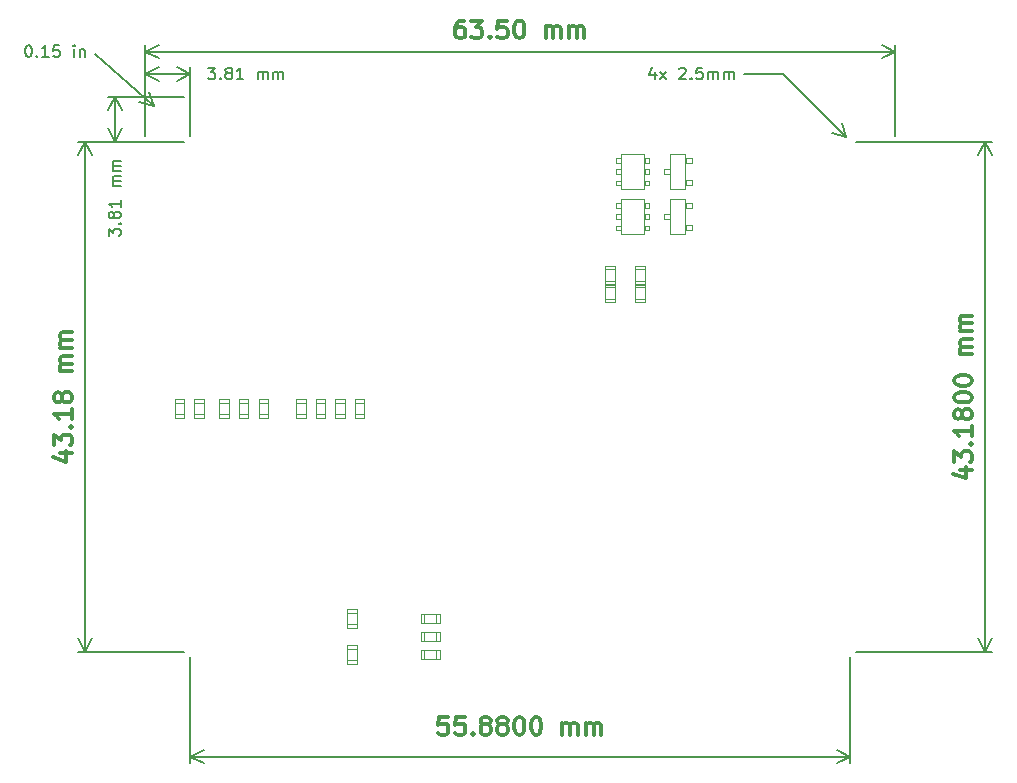
<source format=gbr>
%TF.GenerationSoftware,KiCad,Pcbnew,7.0.11*%
%TF.CreationDate,2024-02-24T14:50:18-05:00*%
%TF.ProjectId,destinationWeatherStation_r4-5,64657374-696e-4617-9469-6f6e57656174,03*%
%TF.SameCoordinates,Original*%
%TF.FileFunction,OtherDrawing,Comment*%
%FSLAX46Y46*%
G04 Gerber Fmt 4.6, Leading zero omitted, Abs format (unit mm)*
G04 Created by KiCad (PCBNEW 7.0.11) date 2024-02-24 14:50:18*
%MOMM*%
%LPD*%
G01*
G04 APERTURE LIST*
%ADD10C,0.300000*%
%ADD11C,0.150000*%
%ADD12C,0.200000*%
%ADD13C,0.025000*%
G04 APERTURE END LIST*
D10*
X182028328Y-102734284D02*
X183028328Y-102734284D01*
X181456900Y-103091426D02*
X182528328Y-103448569D01*
X182528328Y-103448569D02*
X182528328Y-102519998D01*
X181528328Y-102091427D02*
X181528328Y-101162855D01*
X181528328Y-101162855D02*
X182099757Y-101662855D01*
X182099757Y-101662855D02*
X182099757Y-101448570D01*
X182099757Y-101448570D02*
X182171185Y-101305713D01*
X182171185Y-101305713D02*
X182242614Y-101234284D01*
X182242614Y-101234284D02*
X182385471Y-101162855D01*
X182385471Y-101162855D02*
X182742614Y-101162855D01*
X182742614Y-101162855D02*
X182885471Y-101234284D01*
X182885471Y-101234284D02*
X182956900Y-101305713D01*
X182956900Y-101305713D02*
X183028328Y-101448570D01*
X183028328Y-101448570D02*
X183028328Y-101877141D01*
X183028328Y-101877141D02*
X182956900Y-102019998D01*
X182956900Y-102019998D02*
X182885471Y-102091427D01*
X182885471Y-100519999D02*
X182956900Y-100448570D01*
X182956900Y-100448570D02*
X183028328Y-100519999D01*
X183028328Y-100519999D02*
X182956900Y-100591427D01*
X182956900Y-100591427D02*
X182885471Y-100519999D01*
X182885471Y-100519999D02*
X183028328Y-100519999D01*
X183028328Y-99019998D02*
X183028328Y-99877141D01*
X183028328Y-99448570D02*
X181528328Y-99448570D01*
X181528328Y-99448570D02*
X181742614Y-99591427D01*
X181742614Y-99591427D02*
X181885471Y-99734284D01*
X181885471Y-99734284D02*
X181956900Y-99877141D01*
X182171185Y-98162856D02*
X182099757Y-98305713D01*
X182099757Y-98305713D02*
X182028328Y-98377142D01*
X182028328Y-98377142D02*
X181885471Y-98448570D01*
X181885471Y-98448570D02*
X181814042Y-98448570D01*
X181814042Y-98448570D02*
X181671185Y-98377142D01*
X181671185Y-98377142D02*
X181599757Y-98305713D01*
X181599757Y-98305713D02*
X181528328Y-98162856D01*
X181528328Y-98162856D02*
X181528328Y-97877142D01*
X181528328Y-97877142D02*
X181599757Y-97734285D01*
X181599757Y-97734285D02*
X181671185Y-97662856D01*
X181671185Y-97662856D02*
X181814042Y-97591427D01*
X181814042Y-97591427D02*
X181885471Y-97591427D01*
X181885471Y-97591427D02*
X182028328Y-97662856D01*
X182028328Y-97662856D02*
X182099757Y-97734285D01*
X182099757Y-97734285D02*
X182171185Y-97877142D01*
X182171185Y-97877142D02*
X182171185Y-98162856D01*
X182171185Y-98162856D02*
X182242614Y-98305713D01*
X182242614Y-98305713D02*
X182314042Y-98377142D01*
X182314042Y-98377142D02*
X182456900Y-98448570D01*
X182456900Y-98448570D02*
X182742614Y-98448570D01*
X182742614Y-98448570D02*
X182885471Y-98377142D01*
X182885471Y-98377142D02*
X182956900Y-98305713D01*
X182956900Y-98305713D02*
X183028328Y-98162856D01*
X183028328Y-98162856D02*
X183028328Y-97877142D01*
X183028328Y-97877142D02*
X182956900Y-97734285D01*
X182956900Y-97734285D02*
X182885471Y-97662856D01*
X182885471Y-97662856D02*
X182742614Y-97591427D01*
X182742614Y-97591427D02*
X182456900Y-97591427D01*
X182456900Y-97591427D02*
X182314042Y-97662856D01*
X182314042Y-97662856D02*
X182242614Y-97734285D01*
X182242614Y-97734285D02*
X182171185Y-97877142D01*
X181528328Y-96662856D02*
X181528328Y-96519999D01*
X181528328Y-96519999D02*
X181599757Y-96377142D01*
X181599757Y-96377142D02*
X181671185Y-96305714D01*
X181671185Y-96305714D02*
X181814042Y-96234285D01*
X181814042Y-96234285D02*
X182099757Y-96162856D01*
X182099757Y-96162856D02*
X182456900Y-96162856D01*
X182456900Y-96162856D02*
X182742614Y-96234285D01*
X182742614Y-96234285D02*
X182885471Y-96305714D01*
X182885471Y-96305714D02*
X182956900Y-96377142D01*
X182956900Y-96377142D02*
X183028328Y-96519999D01*
X183028328Y-96519999D02*
X183028328Y-96662856D01*
X183028328Y-96662856D02*
X182956900Y-96805714D01*
X182956900Y-96805714D02*
X182885471Y-96877142D01*
X182885471Y-96877142D02*
X182742614Y-96948571D01*
X182742614Y-96948571D02*
X182456900Y-97019999D01*
X182456900Y-97019999D02*
X182099757Y-97019999D01*
X182099757Y-97019999D02*
X181814042Y-96948571D01*
X181814042Y-96948571D02*
X181671185Y-96877142D01*
X181671185Y-96877142D02*
X181599757Y-96805714D01*
X181599757Y-96805714D02*
X181528328Y-96662856D01*
X181528328Y-95234285D02*
X181528328Y-95091428D01*
X181528328Y-95091428D02*
X181599757Y-94948571D01*
X181599757Y-94948571D02*
X181671185Y-94877143D01*
X181671185Y-94877143D02*
X181814042Y-94805714D01*
X181814042Y-94805714D02*
X182099757Y-94734285D01*
X182099757Y-94734285D02*
X182456900Y-94734285D01*
X182456900Y-94734285D02*
X182742614Y-94805714D01*
X182742614Y-94805714D02*
X182885471Y-94877143D01*
X182885471Y-94877143D02*
X182956900Y-94948571D01*
X182956900Y-94948571D02*
X183028328Y-95091428D01*
X183028328Y-95091428D02*
X183028328Y-95234285D01*
X183028328Y-95234285D02*
X182956900Y-95377143D01*
X182956900Y-95377143D02*
X182885471Y-95448571D01*
X182885471Y-95448571D02*
X182742614Y-95520000D01*
X182742614Y-95520000D02*
X182456900Y-95591428D01*
X182456900Y-95591428D02*
X182099757Y-95591428D01*
X182099757Y-95591428D02*
X181814042Y-95520000D01*
X181814042Y-95520000D02*
X181671185Y-95448571D01*
X181671185Y-95448571D02*
X181599757Y-95377143D01*
X181599757Y-95377143D02*
X181528328Y-95234285D01*
X183028328Y-92948572D02*
X182028328Y-92948572D01*
X182171185Y-92948572D02*
X182099757Y-92877143D01*
X182099757Y-92877143D02*
X182028328Y-92734286D01*
X182028328Y-92734286D02*
X182028328Y-92520000D01*
X182028328Y-92520000D02*
X182099757Y-92377143D01*
X182099757Y-92377143D02*
X182242614Y-92305715D01*
X182242614Y-92305715D02*
X183028328Y-92305715D01*
X182242614Y-92305715D02*
X182099757Y-92234286D01*
X182099757Y-92234286D02*
X182028328Y-92091429D01*
X182028328Y-92091429D02*
X182028328Y-91877143D01*
X182028328Y-91877143D02*
X182099757Y-91734286D01*
X182099757Y-91734286D02*
X182242614Y-91662857D01*
X182242614Y-91662857D02*
X183028328Y-91662857D01*
X183028328Y-90948572D02*
X182028328Y-90948572D01*
X182171185Y-90948572D02*
X182099757Y-90877143D01*
X182099757Y-90877143D02*
X182028328Y-90734286D01*
X182028328Y-90734286D02*
X182028328Y-90520000D01*
X182028328Y-90520000D02*
X182099757Y-90377143D01*
X182099757Y-90377143D02*
X182242614Y-90305715D01*
X182242614Y-90305715D02*
X183028328Y-90305715D01*
X182242614Y-90305715D02*
X182099757Y-90234286D01*
X182099757Y-90234286D02*
X182028328Y-90091429D01*
X182028328Y-90091429D02*
X182028328Y-89877143D01*
X182028328Y-89877143D02*
X182099757Y-89734286D01*
X182099757Y-89734286D02*
X182242614Y-89662857D01*
X182242614Y-89662857D02*
X183028328Y-89662857D01*
D11*
X173220000Y-74930000D02*
X184736420Y-74930000D01*
X173220000Y-118110000D02*
X184736420Y-118110000D01*
X184150000Y-74930000D02*
X184150000Y-118110000D01*
X184150000Y-74930000D02*
X184150000Y-118110000D01*
X184150000Y-74930000D02*
X184736421Y-76056504D01*
X184150000Y-74930000D02*
X183563579Y-76056504D01*
X184150000Y-118110000D02*
X183563579Y-116983496D01*
X184150000Y-118110000D02*
X184736421Y-116983496D01*
D10*
X105828328Y-101305713D02*
X106828328Y-101305713D01*
X105256900Y-101662855D02*
X106328328Y-102019998D01*
X106328328Y-102019998D02*
X106328328Y-101091427D01*
X105328328Y-100662856D02*
X105328328Y-99734284D01*
X105328328Y-99734284D02*
X105899757Y-100234284D01*
X105899757Y-100234284D02*
X105899757Y-100019999D01*
X105899757Y-100019999D02*
X105971185Y-99877142D01*
X105971185Y-99877142D02*
X106042614Y-99805713D01*
X106042614Y-99805713D02*
X106185471Y-99734284D01*
X106185471Y-99734284D02*
X106542614Y-99734284D01*
X106542614Y-99734284D02*
X106685471Y-99805713D01*
X106685471Y-99805713D02*
X106756900Y-99877142D01*
X106756900Y-99877142D02*
X106828328Y-100019999D01*
X106828328Y-100019999D02*
X106828328Y-100448570D01*
X106828328Y-100448570D02*
X106756900Y-100591427D01*
X106756900Y-100591427D02*
X106685471Y-100662856D01*
X106685471Y-99091428D02*
X106756900Y-99019999D01*
X106756900Y-99019999D02*
X106828328Y-99091428D01*
X106828328Y-99091428D02*
X106756900Y-99162856D01*
X106756900Y-99162856D02*
X106685471Y-99091428D01*
X106685471Y-99091428D02*
X106828328Y-99091428D01*
X106828328Y-97591427D02*
X106828328Y-98448570D01*
X106828328Y-98019999D02*
X105328328Y-98019999D01*
X105328328Y-98019999D02*
X105542614Y-98162856D01*
X105542614Y-98162856D02*
X105685471Y-98305713D01*
X105685471Y-98305713D02*
X105756900Y-98448570D01*
X105971185Y-96734285D02*
X105899757Y-96877142D01*
X105899757Y-96877142D02*
X105828328Y-96948571D01*
X105828328Y-96948571D02*
X105685471Y-97019999D01*
X105685471Y-97019999D02*
X105614042Y-97019999D01*
X105614042Y-97019999D02*
X105471185Y-96948571D01*
X105471185Y-96948571D02*
X105399757Y-96877142D01*
X105399757Y-96877142D02*
X105328328Y-96734285D01*
X105328328Y-96734285D02*
X105328328Y-96448571D01*
X105328328Y-96448571D02*
X105399757Y-96305714D01*
X105399757Y-96305714D02*
X105471185Y-96234285D01*
X105471185Y-96234285D02*
X105614042Y-96162856D01*
X105614042Y-96162856D02*
X105685471Y-96162856D01*
X105685471Y-96162856D02*
X105828328Y-96234285D01*
X105828328Y-96234285D02*
X105899757Y-96305714D01*
X105899757Y-96305714D02*
X105971185Y-96448571D01*
X105971185Y-96448571D02*
X105971185Y-96734285D01*
X105971185Y-96734285D02*
X106042614Y-96877142D01*
X106042614Y-96877142D02*
X106114042Y-96948571D01*
X106114042Y-96948571D02*
X106256900Y-97019999D01*
X106256900Y-97019999D02*
X106542614Y-97019999D01*
X106542614Y-97019999D02*
X106685471Y-96948571D01*
X106685471Y-96948571D02*
X106756900Y-96877142D01*
X106756900Y-96877142D02*
X106828328Y-96734285D01*
X106828328Y-96734285D02*
X106828328Y-96448571D01*
X106828328Y-96448571D02*
X106756900Y-96305714D01*
X106756900Y-96305714D02*
X106685471Y-96234285D01*
X106685471Y-96234285D02*
X106542614Y-96162856D01*
X106542614Y-96162856D02*
X106256900Y-96162856D01*
X106256900Y-96162856D02*
X106114042Y-96234285D01*
X106114042Y-96234285D02*
X106042614Y-96305714D01*
X106042614Y-96305714D02*
X105971185Y-96448571D01*
X106828328Y-94377143D02*
X105828328Y-94377143D01*
X105971185Y-94377143D02*
X105899757Y-94305714D01*
X105899757Y-94305714D02*
X105828328Y-94162857D01*
X105828328Y-94162857D02*
X105828328Y-93948571D01*
X105828328Y-93948571D02*
X105899757Y-93805714D01*
X105899757Y-93805714D02*
X106042614Y-93734286D01*
X106042614Y-93734286D02*
X106828328Y-93734286D01*
X106042614Y-93734286D02*
X105899757Y-93662857D01*
X105899757Y-93662857D02*
X105828328Y-93520000D01*
X105828328Y-93520000D02*
X105828328Y-93305714D01*
X105828328Y-93305714D02*
X105899757Y-93162857D01*
X105899757Y-93162857D02*
X106042614Y-93091428D01*
X106042614Y-93091428D02*
X106828328Y-93091428D01*
X106828328Y-92377143D02*
X105828328Y-92377143D01*
X105971185Y-92377143D02*
X105899757Y-92305714D01*
X105899757Y-92305714D02*
X105828328Y-92162857D01*
X105828328Y-92162857D02*
X105828328Y-91948571D01*
X105828328Y-91948571D02*
X105899757Y-91805714D01*
X105899757Y-91805714D02*
X106042614Y-91734286D01*
X106042614Y-91734286D02*
X106828328Y-91734286D01*
X106042614Y-91734286D02*
X105899757Y-91662857D01*
X105899757Y-91662857D02*
X105828328Y-91520000D01*
X105828328Y-91520000D02*
X105828328Y-91305714D01*
X105828328Y-91305714D02*
X105899757Y-91162857D01*
X105899757Y-91162857D02*
X106042614Y-91091428D01*
X106042614Y-91091428D02*
X106828328Y-91091428D01*
D12*
X116340000Y-74930000D02*
X107363580Y-74930000D01*
X116340000Y-118110000D02*
X107363580Y-118110000D01*
X107950000Y-74930000D02*
X107950000Y-118110000D01*
X107950000Y-74930000D02*
X107950000Y-118110000D01*
X107950000Y-74930000D02*
X108536421Y-76056504D01*
X107950000Y-74930000D02*
X107363579Y-76056504D01*
X107950000Y-118110000D02*
X107363579Y-116983496D01*
X107950000Y-118110000D02*
X108536421Y-116983496D01*
D11*
X109944819Y-82917730D02*
X109944819Y-82298683D01*
X109944819Y-82298683D02*
X110325771Y-82632016D01*
X110325771Y-82632016D02*
X110325771Y-82489159D01*
X110325771Y-82489159D02*
X110373390Y-82393921D01*
X110373390Y-82393921D02*
X110421009Y-82346302D01*
X110421009Y-82346302D02*
X110516247Y-82298683D01*
X110516247Y-82298683D02*
X110754342Y-82298683D01*
X110754342Y-82298683D02*
X110849580Y-82346302D01*
X110849580Y-82346302D02*
X110897200Y-82393921D01*
X110897200Y-82393921D02*
X110944819Y-82489159D01*
X110944819Y-82489159D02*
X110944819Y-82774873D01*
X110944819Y-82774873D02*
X110897200Y-82870111D01*
X110897200Y-82870111D02*
X110849580Y-82917730D01*
X110849580Y-81870111D02*
X110897200Y-81822492D01*
X110897200Y-81822492D02*
X110944819Y-81870111D01*
X110944819Y-81870111D02*
X110897200Y-81917730D01*
X110897200Y-81917730D02*
X110849580Y-81870111D01*
X110849580Y-81870111D02*
X110944819Y-81870111D01*
X110373390Y-81251064D02*
X110325771Y-81346302D01*
X110325771Y-81346302D02*
X110278152Y-81393921D01*
X110278152Y-81393921D02*
X110182914Y-81441540D01*
X110182914Y-81441540D02*
X110135295Y-81441540D01*
X110135295Y-81441540D02*
X110040057Y-81393921D01*
X110040057Y-81393921D02*
X109992438Y-81346302D01*
X109992438Y-81346302D02*
X109944819Y-81251064D01*
X109944819Y-81251064D02*
X109944819Y-81060588D01*
X109944819Y-81060588D02*
X109992438Y-80965350D01*
X109992438Y-80965350D02*
X110040057Y-80917731D01*
X110040057Y-80917731D02*
X110135295Y-80870112D01*
X110135295Y-80870112D02*
X110182914Y-80870112D01*
X110182914Y-80870112D02*
X110278152Y-80917731D01*
X110278152Y-80917731D02*
X110325771Y-80965350D01*
X110325771Y-80965350D02*
X110373390Y-81060588D01*
X110373390Y-81060588D02*
X110373390Y-81251064D01*
X110373390Y-81251064D02*
X110421009Y-81346302D01*
X110421009Y-81346302D02*
X110468628Y-81393921D01*
X110468628Y-81393921D02*
X110563866Y-81441540D01*
X110563866Y-81441540D02*
X110754342Y-81441540D01*
X110754342Y-81441540D02*
X110849580Y-81393921D01*
X110849580Y-81393921D02*
X110897200Y-81346302D01*
X110897200Y-81346302D02*
X110944819Y-81251064D01*
X110944819Y-81251064D02*
X110944819Y-81060588D01*
X110944819Y-81060588D02*
X110897200Y-80965350D01*
X110897200Y-80965350D02*
X110849580Y-80917731D01*
X110849580Y-80917731D02*
X110754342Y-80870112D01*
X110754342Y-80870112D02*
X110563866Y-80870112D01*
X110563866Y-80870112D02*
X110468628Y-80917731D01*
X110468628Y-80917731D02*
X110421009Y-80965350D01*
X110421009Y-80965350D02*
X110373390Y-81060588D01*
X110944819Y-79917731D02*
X110944819Y-80489159D01*
X110944819Y-80203445D02*
X109944819Y-80203445D01*
X109944819Y-80203445D02*
X110087676Y-80298683D01*
X110087676Y-80298683D02*
X110182914Y-80393921D01*
X110182914Y-80393921D02*
X110230533Y-80489159D01*
X110944819Y-78727254D02*
X110278152Y-78727254D01*
X110373390Y-78727254D02*
X110325771Y-78679635D01*
X110325771Y-78679635D02*
X110278152Y-78584397D01*
X110278152Y-78584397D02*
X110278152Y-78441540D01*
X110278152Y-78441540D02*
X110325771Y-78346302D01*
X110325771Y-78346302D02*
X110421009Y-78298683D01*
X110421009Y-78298683D02*
X110944819Y-78298683D01*
X110421009Y-78298683D02*
X110325771Y-78251064D01*
X110325771Y-78251064D02*
X110278152Y-78155826D01*
X110278152Y-78155826D02*
X110278152Y-78012969D01*
X110278152Y-78012969D02*
X110325771Y-77917730D01*
X110325771Y-77917730D02*
X110421009Y-77870111D01*
X110421009Y-77870111D02*
X110944819Y-77870111D01*
X110944819Y-77393921D02*
X110278152Y-77393921D01*
X110373390Y-77393921D02*
X110325771Y-77346302D01*
X110325771Y-77346302D02*
X110278152Y-77251064D01*
X110278152Y-77251064D02*
X110278152Y-77108207D01*
X110278152Y-77108207D02*
X110325771Y-77012969D01*
X110325771Y-77012969D02*
X110421009Y-76965350D01*
X110421009Y-76965350D02*
X110944819Y-76965350D01*
X110421009Y-76965350D02*
X110325771Y-76917731D01*
X110325771Y-76917731D02*
X110278152Y-76822493D01*
X110278152Y-76822493D02*
X110278152Y-76679636D01*
X110278152Y-76679636D02*
X110325771Y-76584397D01*
X110325771Y-76584397D02*
X110421009Y-76536778D01*
X110421009Y-76536778D02*
X110944819Y-76536778D01*
X116340000Y-74930000D02*
X109903580Y-74930000D01*
X116340000Y-71120000D02*
X109903580Y-71120000D01*
X110490000Y-74930000D02*
X110490000Y-71120000D01*
X110490000Y-74930000D02*
X110490000Y-71120000D01*
X110490000Y-74930000D02*
X109903579Y-73803496D01*
X110490000Y-74930000D02*
X111076421Y-73803496D01*
X110490000Y-71120000D02*
X111076421Y-72246504D01*
X110490000Y-71120000D02*
X109903579Y-72246504D01*
D10*
X139994287Y-64688328D02*
X139708572Y-64688328D01*
X139708572Y-64688328D02*
X139565715Y-64759757D01*
X139565715Y-64759757D02*
X139494287Y-64831185D01*
X139494287Y-64831185D02*
X139351429Y-65045471D01*
X139351429Y-65045471D02*
X139280001Y-65331185D01*
X139280001Y-65331185D02*
X139280001Y-65902614D01*
X139280001Y-65902614D02*
X139351429Y-66045471D01*
X139351429Y-66045471D02*
X139422858Y-66116900D01*
X139422858Y-66116900D02*
X139565715Y-66188328D01*
X139565715Y-66188328D02*
X139851429Y-66188328D01*
X139851429Y-66188328D02*
X139994287Y-66116900D01*
X139994287Y-66116900D02*
X140065715Y-66045471D01*
X140065715Y-66045471D02*
X140137144Y-65902614D01*
X140137144Y-65902614D02*
X140137144Y-65545471D01*
X140137144Y-65545471D02*
X140065715Y-65402614D01*
X140065715Y-65402614D02*
X139994287Y-65331185D01*
X139994287Y-65331185D02*
X139851429Y-65259757D01*
X139851429Y-65259757D02*
X139565715Y-65259757D01*
X139565715Y-65259757D02*
X139422858Y-65331185D01*
X139422858Y-65331185D02*
X139351429Y-65402614D01*
X139351429Y-65402614D02*
X139280001Y-65545471D01*
X140637143Y-64688328D02*
X141565715Y-64688328D01*
X141565715Y-64688328D02*
X141065715Y-65259757D01*
X141065715Y-65259757D02*
X141280000Y-65259757D01*
X141280000Y-65259757D02*
X141422858Y-65331185D01*
X141422858Y-65331185D02*
X141494286Y-65402614D01*
X141494286Y-65402614D02*
X141565715Y-65545471D01*
X141565715Y-65545471D02*
X141565715Y-65902614D01*
X141565715Y-65902614D02*
X141494286Y-66045471D01*
X141494286Y-66045471D02*
X141422858Y-66116900D01*
X141422858Y-66116900D02*
X141280000Y-66188328D01*
X141280000Y-66188328D02*
X140851429Y-66188328D01*
X140851429Y-66188328D02*
X140708572Y-66116900D01*
X140708572Y-66116900D02*
X140637143Y-66045471D01*
X142208571Y-66045471D02*
X142280000Y-66116900D01*
X142280000Y-66116900D02*
X142208571Y-66188328D01*
X142208571Y-66188328D02*
X142137143Y-66116900D01*
X142137143Y-66116900D02*
X142208571Y-66045471D01*
X142208571Y-66045471D02*
X142208571Y-66188328D01*
X143637143Y-64688328D02*
X142922857Y-64688328D01*
X142922857Y-64688328D02*
X142851429Y-65402614D01*
X142851429Y-65402614D02*
X142922857Y-65331185D01*
X142922857Y-65331185D02*
X143065715Y-65259757D01*
X143065715Y-65259757D02*
X143422857Y-65259757D01*
X143422857Y-65259757D02*
X143565715Y-65331185D01*
X143565715Y-65331185D02*
X143637143Y-65402614D01*
X143637143Y-65402614D02*
X143708572Y-65545471D01*
X143708572Y-65545471D02*
X143708572Y-65902614D01*
X143708572Y-65902614D02*
X143637143Y-66045471D01*
X143637143Y-66045471D02*
X143565715Y-66116900D01*
X143565715Y-66116900D02*
X143422857Y-66188328D01*
X143422857Y-66188328D02*
X143065715Y-66188328D01*
X143065715Y-66188328D02*
X142922857Y-66116900D01*
X142922857Y-66116900D02*
X142851429Y-66045471D01*
X144637143Y-64688328D02*
X144780000Y-64688328D01*
X144780000Y-64688328D02*
X144922857Y-64759757D01*
X144922857Y-64759757D02*
X144994286Y-64831185D01*
X144994286Y-64831185D02*
X145065714Y-64974042D01*
X145065714Y-64974042D02*
X145137143Y-65259757D01*
X145137143Y-65259757D02*
X145137143Y-65616900D01*
X145137143Y-65616900D02*
X145065714Y-65902614D01*
X145065714Y-65902614D02*
X144994286Y-66045471D01*
X144994286Y-66045471D02*
X144922857Y-66116900D01*
X144922857Y-66116900D02*
X144780000Y-66188328D01*
X144780000Y-66188328D02*
X144637143Y-66188328D01*
X144637143Y-66188328D02*
X144494286Y-66116900D01*
X144494286Y-66116900D02*
X144422857Y-66045471D01*
X144422857Y-66045471D02*
X144351428Y-65902614D01*
X144351428Y-65902614D02*
X144280000Y-65616900D01*
X144280000Y-65616900D02*
X144280000Y-65259757D01*
X144280000Y-65259757D02*
X144351428Y-64974042D01*
X144351428Y-64974042D02*
X144422857Y-64831185D01*
X144422857Y-64831185D02*
X144494286Y-64759757D01*
X144494286Y-64759757D02*
X144637143Y-64688328D01*
X146922856Y-66188328D02*
X146922856Y-65188328D01*
X146922856Y-65331185D02*
X146994285Y-65259757D01*
X146994285Y-65259757D02*
X147137142Y-65188328D01*
X147137142Y-65188328D02*
X147351428Y-65188328D01*
X147351428Y-65188328D02*
X147494285Y-65259757D01*
X147494285Y-65259757D02*
X147565714Y-65402614D01*
X147565714Y-65402614D02*
X147565714Y-66188328D01*
X147565714Y-65402614D02*
X147637142Y-65259757D01*
X147637142Y-65259757D02*
X147779999Y-65188328D01*
X147779999Y-65188328D02*
X147994285Y-65188328D01*
X147994285Y-65188328D02*
X148137142Y-65259757D01*
X148137142Y-65259757D02*
X148208571Y-65402614D01*
X148208571Y-65402614D02*
X148208571Y-66188328D01*
X148922856Y-66188328D02*
X148922856Y-65188328D01*
X148922856Y-65331185D02*
X148994285Y-65259757D01*
X148994285Y-65259757D02*
X149137142Y-65188328D01*
X149137142Y-65188328D02*
X149351428Y-65188328D01*
X149351428Y-65188328D02*
X149494285Y-65259757D01*
X149494285Y-65259757D02*
X149565714Y-65402614D01*
X149565714Y-65402614D02*
X149565714Y-66188328D01*
X149565714Y-65402614D02*
X149637142Y-65259757D01*
X149637142Y-65259757D02*
X149779999Y-65188328D01*
X149779999Y-65188328D02*
X149994285Y-65188328D01*
X149994285Y-65188328D02*
X150137142Y-65259757D01*
X150137142Y-65259757D02*
X150208571Y-65402614D01*
X150208571Y-65402614D02*
X150208571Y-66188328D01*
D12*
X113030000Y-74430000D02*
X113030000Y-66723580D01*
X176530000Y-74430000D02*
X176530000Y-66723580D01*
X113030000Y-67310000D02*
X176530000Y-67310000D01*
X113030000Y-67310000D02*
X176530000Y-67310000D01*
X113030000Y-67310000D02*
X114156504Y-66723579D01*
X113030000Y-67310000D02*
X114156504Y-67896421D01*
X176530000Y-67310000D02*
X175403496Y-67896421D01*
X176530000Y-67310000D02*
X175403496Y-66723579D01*
D10*
X138637144Y-123638328D02*
X137922858Y-123638328D01*
X137922858Y-123638328D02*
X137851430Y-124352614D01*
X137851430Y-124352614D02*
X137922858Y-124281185D01*
X137922858Y-124281185D02*
X138065716Y-124209757D01*
X138065716Y-124209757D02*
X138422858Y-124209757D01*
X138422858Y-124209757D02*
X138565716Y-124281185D01*
X138565716Y-124281185D02*
X138637144Y-124352614D01*
X138637144Y-124352614D02*
X138708573Y-124495471D01*
X138708573Y-124495471D02*
X138708573Y-124852614D01*
X138708573Y-124852614D02*
X138637144Y-124995471D01*
X138637144Y-124995471D02*
X138565716Y-125066900D01*
X138565716Y-125066900D02*
X138422858Y-125138328D01*
X138422858Y-125138328D02*
X138065716Y-125138328D01*
X138065716Y-125138328D02*
X137922858Y-125066900D01*
X137922858Y-125066900D02*
X137851430Y-124995471D01*
X140065715Y-123638328D02*
X139351429Y-123638328D01*
X139351429Y-123638328D02*
X139280001Y-124352614D01*
X139280001Y-124352614D02*
X139351429Y-124281185D01*
X139351429Y-124281185D02*
X139494287Y-124209757D01*
X139494287Y-124209757D02*
X139851429Y-124209757D01*
X139851429Y-124209757D02*
X139994287Y-124281185D01*
X139994287Y-124281185D02*
X140065715Y-124352614D01*
X140065715Y-124352614D02*
X140137144Y-124495471D01*
X140137144Y-124495471D02*
X140137144Y-124852614D01*
X140137144Y-124852614D02*
X140065715Y-124995471D01*
X140065715Y-124995471D02*
X139994287Y-125066900D01*
X139994287Y-125066900D02*
X139851429Y-125138328D01*
X139851429Y-125138328D02*
X139494287Y-125138328D01*
X139494287Y-125138328D02*
X139351429Y-125066900D01*
X139351429Y-125066900D02*
X139280001Y-124995471D01*
X140780000Y-124995471D02*
X140851429Y-125066900D01*
X140851429Y-125066900D02*
X140780000Y-125138328D01*
X140780000Y-125138328D02*
X140708572Y-125066900D01*
X140708572Y-125066900D02*
X140780000Y-124995471D01*
X140780000Y-124995471D02*
X140780000Y-125138328D01*
X141708572Y-124281185D02*
X141565715Y-124209757D01*
X141565715Y-124209757D02*
X141494286Y-124138328D01*
X141494286Y-124138328D02*
X141422858Y-123995471D01*
X141422858Y-123995471D02*
X141422858Y-123924042D01*
X141422858Y-123924042D02*
X141494286Y-123781185D01*
X141494286Y-123781185D02*
X141565715Y-123709757D01*
X141565715Y-123709757D02*
X141708572Y-123638328D01*
X141708572Y-123638328D02*
X141994286Y-123638328D01*
X141994286Y-123638328D02*
X142137144Y-123709757D01*
X142137144Y-123709757D02*
X142208572Y-123781185D01*
X142208572Y-123781185D02*
X142280001Y-123924042D01*
X142280001Y-123924042D02*
X142280001Y-123995471D01*
X142280001Y-123995471D02*
X142208572Y-124138328D01*
X142208572Y-124138328D02*
X142137144Y-124209757D01*
X142137144Y-124209757D02*
X141994286Y-124281185D01*
X141994286Y-124281185D02*
X141708572Y-124281185D01*
X141708572Y-124281185D02*
X141565715Y-124352614D01*
X141565715Y-124352614D02*
X141494286Y-124424042D01*
X141494286Y-124424042D02*
X141422858Y-124566900D01*
X141422858Y-124566900D02*
X141422858Y-124852614D01*
X141422858Y-124852614D02*
X141494286Y-124995471D01*
X141494286Y-124995471D02*
X141565715Y-125066900D01*
X141565715Y-125066900D02*
X141708572Y-125138328D01*
X141708572Y-125138328D02*
X141994286Y-125138328D01*
X141994286Y-125138328D02*
X142137144Y-125066900D01*
X142137144Y-125066900D02*
X142208572Y-124995471D01*
X142208572Y-124995471D02*
X142280001Y-124852614D01*
X142280001Y-124852614D02*
X142280001Y-124566900D01*
X142280001Y-124566900D02*
X142208572Y-124424042D01*
X142208572Y-124424042D02*
X142137144Y-124352614D01*
X142137144Y-124352614D02*
X141994286Y-124281185D01*
X143137143Y-124281185D02*
X142994286Y-124209757D01*
X142994286Y-124209757D02*
X142922857Y-124138328D01*
X142922857Y-124138328D02*
X142851429Y-123995471D01*
X142851429Y-123995471D02*
X142851429Y-123924042D01*
X142851429Y-123924042D02*
X142922857Y-123781185D01*
X142922857Y-123781185D02*
X142994286Y-123709757D01*
X142994286Y-123709757D02*
X143137143Y-123638328D01*
X143137143Y-123638328D02*
X143422857Y-123638328D01*
X143422857Y-123638328D02*
X143565715Y-123709757D01*
X143565715Y-123709757D02*
X143637143Y-123781185D01*
X143637143Y-123781185D02*
X143708572Y-123924042D01*
X143708572Y-123924042D02*
X143708572Y-123995471D01*
X143708572Y-123995471D02*
X143637143Y-124138328D01*
X143637143Y-124138328D02*
X143565715Y-124209757D01*
X143565715Y-124209757D02*
X143422857Y-124281185D01*
X143422857Y-124281185D02*
X143137143Y-124281185D01*
X143137143Y-124281185D02*
X142994286Y-124352614D01*
X142994286Y-124352614D02*
X142922857Y-124424042D01*
X142922857Y-124424042D02*
X142851429Y-124566900D01*
X142851429Y-124566900D02*
X142851429Y-124852614D01*
X142851429Y-124852614D02*
X142922857Y-124995471D01*
X142922857Y-124995471D02*
X142994286Y-125066900D01*
X142994286Y-125066900D02*
X143137143Y-125138328D01*
X143137143Y-125138328D02*
X143422857Y-125138328D01*
X143422857Y-125138328D02*
X143565715Y-125066900D01*
X143565715Y-125066900D02*
X143637143Y-124995471D01*
X143637143Y-124995471D02*
X143708572Y-124852614D01*
X143708572Y-124852614D02*
X143708572Y-124566900D01*
X143708572Y-124566900D02*
X143637143Y-124424042D01*
X143637143Y-124424042D02*
X143565715Y-124352614D01*
X143565715Y-124352614D02*
X143422857Y-124281185D01*
X144637143Y-123638328D02*
X144780000Y-123638328D01*
X144780000Y-123638328D02*
X144922857Y-123709757D01*
X144922857Y-123709757D02*
X144994286Y-123781185D01*
X144994286Y-123781185D02*
X145065714Y-123924042D01*
X145065714Y-123924042D02*
X145137143Y-124209757D01*
X145137143Y-124209757D02*
X145137143Y-124566900D01*
X145137143Y-124566900D02*
X145065714Y-124852614D01*
X145065714Y-124852614D02*
X144994286Y-124995471D01*
X144994286Y-124995471D02*
X144922857Y-125066900D01*
X144922857Y-125066900D02*
X144780000Y-125138328D01*
X144780000Y-125138328D02*
X144637143Y-125138328D01*
X144637143Y-125138328D02*
X144494286Y-125066900D01*
X144494286Y-125066900D02*
X144422857Y-124995471D01*
X144422857Y-124995471D02*
X144351428Y-124852614D01*
X144351428Y-124852614D02*
X144280000Y-124566900D01*
X144280000Y-124566900D02*
X144280000Y-124209757D01*
X144280000Y-124209757D02*
X144351428Y-123924042D01*
X144351428Y-123924042D02*
X144422857Y-123781185D01*
X144422857Y-123781185D02*
X144494286Y-123709757D01*
X144494286Y-123709757D02*
X144637143Y-123638328D01*
X146065714Y-123638328D02*
X146208571Y-123638328D01*
X146208571Y-123638328D02*
X146351428Y-123709757D01*
X146351428Y-123709757D02*
X146422857Y-123781185D01*
X146422857Y-123781185D02*
X146494285Y-123924042D01*
X146494285Y-123924042D02*
X146565714Y-124209757D01*
X146565714Y-124209757D02*
X146565714Y-124566900D01*
X146565714Y-124566900D02*
X146494285Y-124852614D01*
X146494285Y-124852614D02*
X146422857Y-124995471D01*
X146422857Y-124995471D02*
X146351428Y-125066900D01*
X146351428Y-125066900D02*
X146208571Y-125138328D01*
X146208571Y-125138328D02*
X146065714Y-125138328D01*
X146065714Y-125138328D02*
X145922857Y-125066900D01*
X145922857Y-125066900D02*
X145851428Y-124995471D01*
X145851428Y-124995471D02*
X145779999Y-124852614D01*
X145779999Y-124852614D02*
X145708571Y-124566900D01*
X145708571Y-124566900D02*
X145708571Y-124209757D01*
X145708571Y-124209757D02*
X145779999Y-123924042D01*
X145779999Y-123924042D02*
X145851428Y-123781185D01*
X145851428Y-123781185D02*
X145922857Y-123709757D01*
X145922857Y-123709757D02*
X146065714Y-123638328D01*
X148351427Y-125138328D02*
X148351427Y-124138328D01*
X148351427Y-124281185D02*
X148422856Y-124209757D01*
X148422856Y-124209757D02*
X148565713Y-124138328D01*
X148565713Y-124138328D02*
X148779999Y-124138328D01*
X148779999Y-124138328D02*
X148922856Y-124209757D01*
X148922856Y-124209757D02*
X148994285Y-124352614D01*
X148994285Y-124352614D02*
X148994285Y-125138328D01*
X148994285Y-124352614D02*
X149065713Y-124209757D01*
X149065713Y-124209757D02*
X149208570Y-124138328D01*
X149208570Y-124138328D02*
X149422856Y-124138328D01*
X149422856Y-124138328D02*
X149565713Y-124209757D01*
X149565713Y-124209757D02*
X149637142Y-124352614D01*
X149637142Y-124352614D02*
X149637142Y-125138328D01*
X150351427Y-125138328D02*
X150351427Y-124138328D01*
X150351427Y-124281185D02*
X150422856Y-124209757D01*
X150422856Y-124209757D02*
X150565713Y-124138328D01*
X150565713Y-124138328D02*
X150779999Y-124138328D01*
X150779999Y-124138328D02*
X150922856Y-124209757D01*
X150922856Y-124209757D02*
X150994285Y-124352614D01*
X150994285Y-124352614D02*
X150994285Y-125138328D01*
X150994285Y-124352614D02*
X151065713Y-124209757D01*
X151065713Y-124209757D02*
X151208570Y-124138328D01*
X151208570Y-124138328D02*
X151422856Y-124138328D01*
X151422856Y-124138328D02*
X151565713Y-124209757D01*
X151565713Y-124209757D02*
X151637142Y-124352614D01*
X151637142Y-124352614D02*
X151637142Y-125138328D01*
D11*
X116840000Y-118610000D02*
X116840000Y-127586420D01*
X172720000Y-118610000D02*
X172720000Y-127586420D01*
X116840000Y-127000000D02*
X172720000Y-127000000D01*
X116840000Y-127000000D02*
X172720000Y-127000000D01*
X116840000Y-127000000D02*
X117966504Y-126413579D01*
X116840000Y-127000000D02*
X117966504Y-127586421D01*
X172720000Y-127000000D02*
X171593496Y-127586421D01*
X172720000Y-127000000D02*
X171593496Y-126413579D01*
X118351541Y-68669819D02*
X118970588Y-68669819D01*
X118970588Y-68669819D02*
X118637255Y-69050771D01*
X118637255Y-69050771D02*
X118780112Y-69050771D01*
X118780112Y-69050771D02*
X118875350Y-69098390D01*
X118875350Y-69098390D02*
X118922969Y-69146009D01*
X118922969Y-69146009D02*
X118970588Y-69241247D01*
X118970588Y-69241247D02*
X118970588Y-69479342D01*
X118970588Y-69479342D02*
X118922969Y-69574580D01*
X118922969Y-69574580D02*
X118875350Y-69622200D01*
X118875350Y-69622200D02*
X118780112Y-69669819D01*
X118780112Y-69669819D02*
X118494398Y-69669819D01*
X118494398Y-69669819D02*
X118399160Y-69622200D01*
X118399160Y-69622200D02*
X118351541Y-69574580D01*
X119399160Y-69574580D02*
X119446779Y-69622200D01*
X119446779Y-69622200D02*
X119399160Y-69669819D01*
X119399160Y-69669819D02*
X119351541Y-69622200D01*
X119351541Y-69622200D02*
X119399160Y-69574580D01*
X119399160Y-69574580D02*
X119399160Y-69669819D01*
X120018207Y-69098390D02*
X119922969Y-69050771D01*
X119922969Y-69050771D02*
X119875350Y-69003152D01*
X119875350Y-69003152D02*
X119827731Y-68907914D01*
X119827731Y-68907914D02*
X119827731Y-68860295D01*
X119827731Y-68860295D02*
X119875350Y-68765057D01*
X119875350Y-68765057D02*
X119922969Y-68717438D01*
X119922969Y-68717438D02*
X120018207Y-68669819D01*
X120018207Y-68669819D02*
X120208683Y-68669819D01*
X120208683Y-68669819D02*
X120303921Y-68717438D01*
X120303921Y-68717438D02*
X120351540Y-68765057D01*
X120351540Y-68765057D02*
X120399159Y-68860295D01*
X120399159Y-68860295D02*
X120399159Y-68907914D01*
X120399159Y-68907914D02*
X120351540Y-69003152D01*
X120351540Y-69003152D02*
X120303921Y-69050771D01*
X120303921Y-69050771D02*
X120208683Y-69098390D01*
X120208683Y-69098390D02*
X120018207Y-69098390D01*
X120018207Y-69098390D02*
X119922969Y-69146009D01*
X119922969Y-69146009D02*
X119875350Y-69193628D01*
X119875350Y-69193628D02*
X119827731Y-69288866D01*
X119827731Y-69288866D02*
X119827731Y-69479342D01*
X119827731Y-69479342D02*
X119875350Y-69574580D01*
X119875350Y-69574580D02*
X119922969Y-69622200D01*
X119922969Y-69622200D02*
X120018207Y-69669819D01*
X120018207Y-69669819D02*
X120208683Y-69669819D01*
X120208683Y-69669819D02*
X120303921Y-69622200D01*
X120303921Y-69622200D02*
X120351540Y-69574580D01*
X120351540Y-69574580D02*
X120399159Y-69479342D01*
X120399159Y-69479342D02*
X120399159Y-69288866D01*
X120399159Y-69288866D02*
X120351540Y-69193628D01*
X120351540Y-69193628D02*
X120303921Y-69146009D01*
X120303921Y-69146009D02*
X120208683Y-69098390D01*
X121351540Y-69669819D02*
X120780112Y-69669819D01*
X121065826Y-69669819D02*
X121065826Y-68669819D01*
X121065826Y-68669819D02*
X120970588Y-68812676D01*
X120970588Y-68812676D02*
X120875350Y-68907914D01*
X120875350Y-68907914D02*
X120780112Y-68955533D01*
X122542017Y-69669819D02*
X122542017Y-69003152D01*
X122542017Y-69098390D02*
X122589636Y-69050771D01*
X122589636Y-69050771D02*
X122684874Y-69003152D01*
X122684874Y-69003152D02*
X122827731Y-69003152D01*
X122827731Y-69003152D02*
X122922969Y-69050771D01*
X122922969Y-69050771D02*
X122970588Y-69146009D01*
X122970588Y-69146009D02*
X122970588Y-69669819D01*
X122970588Y-69146009D02*
X123018207Y-69050771D01*
X123018207Y-69050771D02*
X123113445Y-69003152D01*
X123113445Y-69003152D02*
X123256302Y-69003152D01*
X123256302Y-69003152D02*
X123351541Y-69050771D01*
X123351541Y-69050771D02*
X123399160Y-69146009D01*
X123399160Y-69146009D02*
X123399160Y-69669819D01*
X123875350Y-69669819D02*
X123875350Y-69003152D01*
X123875350Y-69098390D02*
X123922969Y-69050771D01*
X123922969Y-69050771D02*
X124018207Y-69003152D01*
X124018207Y-69003152D02*
X124161064Y-69003152D01*
X124161064Y-69003152D02*
X124256302Y-69050771D01*
X124256302Y-69050771D02*
X124303921Y-69146009D01*
X124303921Y-69146009D02*
X124303921Y-69669819D01*
X124303921Y-69146009D02*
X124351540Y-69050771D01*
X124351540Y-69050771D02*
X124446778Y-69003152D01*
X124446778Y-69003152D02*
X124589635Y-69003152D01*
X124589635Y-69003152D02*
X124684874Y-69050771D01*
X124684874Y-69050771D02*
X124732493Y-69146009D01*
X124732493Y-69146009D02*
X124732493Y-69669819D01*
X113030000Y-74430000D02*
X113030000Y-68628580D01*
X116840000Y-74430000D02*
X116840000Y-68628580D01*
X113030000Y-69215000D02*
X116840000Y-69215000D01*
X113030000Y-69215000D02*
X116840000Y-69215000D01*
X113030000Y-69215000D02*
X114156504Y-68628579D01*
X113030000Y-69215000D02*
X114156504Y-69801421D01*
X116840000Y-69215000D02*
X115713496Y-69801421D01*
X116840000Y-69215000D02*
X115713496Y-68628579D01*
X156191554Y-69003152D02*
X156191554Y-69669819D01*
X155953459Y-68622200D02*
X155715364Y-69336485D01*
X155715364Y-69336485D02*
X156334411Y-69336485D01*
X156620126Y-69669819D02*
X157143935Y-69003152D01*
X156620126Y-69003152D02*
X157143935Y-69669819D01*
X158239174Y-68765057D02*
X158286793Y-68717438D01*
X158286793Y-68717438D02*
X158382031Y-68669819D01*
X158382031Y-68669819D02*
X158620126Y-68669819D01*
X158620126Y-68669819D02*
X158715364Y-68717438D01*
X158715364Y-68717438D02*
X158762983Y-68765057D01*
X158762983Y-68765057D02*
X158810602Y-68860295D01*
X158810602Y-68860295D02*
X158810602Y-68955533D01*
X158810602Y-68955533D02*
X158762983Y-69098390D01*
X158762983Y-69098390D02*
X158191555Y-69669819D01*
X158191555Y-69669819D02*
X158810602Y-69669819D01*
X159239174Y-69574580D02*
X159286793Y-69622200D01*
X159286793Y-69622200D02*
X159239174Y-69669819D01*
X159239174Y-69669819D02*
X159191555Y-69622200D01*
X159191555Y-69622200D02*
X159239174Y-69574580D01*
X159239174Y-69574580D02*
X159239174Y-69669819D01*
X160191554Y-68669819D02*
X159715364Y-68669819D01*
X159715364Y-68669819D02*
X159667745Y-69146009D01*
X159667745Y-69146009D02*
X159715364Y-69098390D01*
X159715364Y-69098390D02*
X159810602Y-69050771D01*
X159810602Y-69050771D02*
X160048697Y-69050771D01*
X160048697Y-69050771D02*
X160143935Y-69098390D01*
X160143935Y-69098390D02*
X160191554Y-69146009D01*
X160191554Y-69146009D02*
X160239173Y-69241247D01*
X160239173Y-69241247D02*
X160239173Y-69479342D01*
X160239173Y-69479342D02*
X160191554Y-69574580D01*
X160191554Y-69574580D02*
X160143935Y-69622200D01*
X160143935Y-69622200D02*
X160048697Y-69669819D01*
X160048697Y-69669819D02*
X159810602Y-69669819D01*
X159810602Y-69669819D02*
X159715364Y-69622200D01*
X159715364Y-69622200D02*
X159667745Y-69574580D01*
X160667745Y-69669819D02*
X160667745Y-69003152D01*
X160667745Y-69098390D02*
X160715364Y-69050771D01*
X160715364Y-69050771D02*
X160810602Y-69003152D01*
X160810602Y-69003152D02*
X160953459Y-69003152D01*
X160953459Y-69003152D02*
X161048697Y-69050771D01*
X161048697Y-69050771D02*
X161096316Y-69146009D01*
X161096316Y-69146009D02*
X161096316Y-69669819D01*
X161096316Y-69146009D02*
X161143935Y-69050771D01*
X161143935Y-69050771D02*
X161239173Y-69003152D01*
X161239173Y-69003152D02*
X161382030Y-69003152D01*
X161382030Y-69003152D02*
X161477269Y-69050771D01*
X161477269Y-69050771D02*
X161524888Y-69146009D01*
X161524888Y-69146009D02*
X161524888Y-69669819D01*
X162001078Y-69669819D02*
X162001078Y-69003152D01*
X162001078Y-69098390D02*
X162048697Y-69050771D01*
X162048697Y-69050771D02*
X162143935Y-69003152D01*
X162143935Y-69003152D02*
X162286792Y-69003152D01*
X162286792Y-69003152D02*
X162382030Y-69050771D01*
X162382030Y-69050771D02*
X162429649Y-69146009D01*
X162429649Y-69146009D02*
X162429649Y-69669819D01*
X162429649Y-69146009D02*
X162477268Y-69050771D01*
X162477268Y-69050771D02*
X162572506Y-69003152D01*
X162572506Y-69003152D02*
X162715363Y-69003152D01*
X162715363Y-69003152D02*
X162810602Y-69050771D01*
X162810602Y-69050771D02*
X162858221Y-69146009D01*
X162858221Y-69146009D02*
X162858221Y-69669819D01*
X172366447Y-74576447D02*
X167005000Y-69215000D01*
X172366447Y-74576447D02*
X171155226Y-74194551D01*
X172366447Y-74576447D02*
X171984551Y-73365226D01*
X167005000Y-69215000D02*
X163695000Y-69215000D01*
X172366447Y-74576447D02*
X167005000Y-69215000D01*
X172366447Y-74576447D02*
X171155226Y-74194551D01*
X172366447Y-74576447D02*
X171984551Y-73365226D01*
X167005000Y-69215000D02*
X163695000Y-69215000D01*
X103100476Y-66764819D02*
X103195714Y-66764819D01*
X103195714Y-66764819D02*
X103290952Y-66812438D01*
X103290952Y-66812438D02*
X103338571Y-66860057D01*
X103338571Y-66860057D02*
X103386190Y-66955295D01*
X103386190Y-66955295D02*
X103433809Y-67145771D01*
X103433809Y-67145771D02*
X103433809Y-67383866D01*
X103433809Y-67383866D02*
X103386190Y-67574342D01*
X103386190Y-67574342D02*
X103338571Y-67669580D01*
X103338571Y-67669580D02*
X103290952Y-67717200D01*
X103290952Y-67717200D02*
X103195714Y-67764819D01*
X103195714Y-67764819D02*
X103100476Y-67764819D01*
X103100476Y-67764819D02*
X103005238Y-67717200D01*
X103005238Y-67717200D02*
X102957619Y-67669580D01*
X102957619Y-67669580D02*
X102910000Y-67574342D01*
X102910000Y-67574342D02*
X102862381Y-67383866D01*
X102862381Y-67383866D02*
X102862381Y-67145771D01*
X102862381Y-67145771D02*
X102910000Y-66955295D01*
X102910000Y-66955295D02*
X102957619Y-66860057D01*
X102957619Y-66860057D02*
X103005238Y-66812438D01*
X103005238Y-66812438D02*
X103100476Y-66764819D01*
X103862381Y-67669580D02*
X103910000Y-67717200D01*
X103910000Y-67717200D02*
X103862381Y-67764819D01*
X103862381Y-67764819D02*
X103814762Y-67717200D01*
X103814762Y-67717200D02*
X103862381Y-67669580D01*
X103862381Y-67669580D02*
X103862381Y-67764819D01*
X104862380Y-67764819D02*
X104290952Y-67764819D01*
X104576666Y-67764819D02*
X104576666Y-66764819D01*
X104576666Y-66764819D02*
X104481428Y-66907676D01*
X104481428Y-66907676D02*
X104386190Y-67002914D01*
X104386190Y-67002914D02*
X104290952Y-67050533D01*
X105767142Y-66764819D02*
X105290952Y-66764819D01*
X105290952Y-66764819D02*
X105243333Y-67241009D01*
X105243333Y-67241009D02*
X105290952Y-67193390D01*
X105290952Y-67193390D02*
X105386190Y-67145771D01*
X105386190Y-67145771D02*
X105624285Y-67145771D01*
X105624285Y-67145771D02*
X105719523Y-67193390D01*
X105719523Y-67193390D02*
X105767142Y-67241009D01*
X105767142Y-67241009D02*
X105814761Y-67336247D01*
X105814761Y-67336247D02*
X105814761Y-67574342D01*
X105814761Y-67574342D02*
X105767142Y-67669580D01*
X105767142Y-67669580D02*
X105719523Y-67717200D01*
X105719523Y-67717200D02*
X105624285Y-67764819D01*
X105624285Y-67764819D02*
X105386190Y-67764819D01*
X105386190Y-67764819D02*
X105290952Y-67717200D01*
X105290952Y-67717200D02*
X105243333Y-67669580D01*
X107005238Y-67764819D02*
X107005238Y-67098152D01*
X107005238Y-66764819D02*
X106957619Y-66812438D01*
X106957619Y-66812438D02*
X107005238Y-66860057D01*
X107005238Y-66860057D02*
X107052857Y-66812438D01*
X107052857Y-66812438D02*
X107005238Y-66764819D01*
X107005238Y-66764819D02*
X107005238Y-66860057D01*
X107481428Y-67098152D02*
X107481428Y-67764819D01*
X107481428Y-67193390D02*
X107529047Y-67145771D01*
X107529047Y-67145771D02*
X107624285Y-67098152D01*
X107624285Y-67098152D02*
X107767142Y-67098152D01*
X107767142Y-67098152D02*
X107862380Y-67145771D01*
X107862380Y-67145771D02*
X107909999Y-67241009D01*
X107909999Y-67241009D02*
X107909999Y-67764819D01*
X113771647Y-71904385D02*
X108773095Y-67476616D01*
X113771647Y-71904385D02*
X112539559Y-71596395D01*
X113771647Y-71904385D02*
X113317241Y-70718461D01*
X113771647Y-71904385D02*
X108773095Y-67476616D01*
X113771647Y-71904385D02*
X112539559Y-71596395D01*
X113771647Y-71904385D02*
X113317241Y-70718461D01*
D13*
%TO.C,Q2*%
X157465000Y-78930000D02*
X157465000Y-76010000D01*
X158765000Y-78930000D02*
X157465000Y-78930000D01*
X158800000Y-78620000D02*
X158800000Y-78220000D01*
X159300000Y-78620000D02*
X158800000Y-78620000D01*
X158800000Y-78220000D02*
X159300000Y-78220000D01*
X159300000Y-78220000D02*
X159300000Y-78620000D01*
X156930000Y-77670000D02*
X156930000Y-77270000D01*
X157430000Y-77670000D02*
X156930000Y-77670000D01*
X156930000Y-77270000D02*
X157430000Y-77270000D01*
X157430000Y-77270000D02*
X157430000Y-77670000D01*
X158800000Y-76720000D02*
X158800000Y-76320000D01*
X159300000Y-76720000D02*
X158800000Y-76720000D01*
X158800000Y-76320000D02*
X159300000Y-76320000D01*
X159300000Y-76320000D02*
X159300000Y-76720000D01*
X157465000Y-76010000D02*
X158765000Y-76010000D01*
X158765000Y-76010000D02*
X158765000Y-78930000D01*
%TO.C,R12*%
X155339000Y-85440000D02*
X155339000Y-85740000D01*
X155339000Y-85440000D02*
X155339000Y-87040000D01*
X154539000Y-85440000D02*
X155339000Y-85440000D01*
X154539000Y-85440000D02*
X155339000Y-85440000D01*
X155339000Y-85740000D02*
X154539000Y-85740000D01*
X154539000Y-85740000D02*
X154539000Y-85440000D01*
X155339000Y-86740000D02*
X155339000Y-87040000D01*
X154539000Y-86740000D02*
X155339000Y-86740000D01*
X155339000Y-86950000D02*
X155339000Y-88550000D01*
X154539000Y-86950000D02*
X155339000Y-86950000D01*
X155339000Y-87040000D02*
X154539000Y-87040000D01*
X155339000Y-87040000D02*
X154539000Y-87040000D01*
X154539000Y-87040000D02*
X154539000Y-85440000D01*
X154539000Y-87040000D02*
X154539000Y-86740000D01*
X155339000Y-87250000D02*
X154539000Y-87250000D01*
X155339000Y-88250000D02*
X155339000Y-88550000D01*
X154539000Y-88250000D02*
X155339000Y-88250000D01*
X155339000Y-88550000D02*
X154539000Y-88550000D01*
X154539000Y-88550000D02*
X154539000Y-86950000D01*
%TO.C,C2*%
X130956000Y-117552000D02*
X130956000Y-117902000D01*
X130956000Y-117552000D02*
X130956000Y-119152000D01*
X130156000Y-117552000D02*
X130956000Y-117552000D01*
X130156000Y-117552000D02*
X130956000Y-117552000D01*
X130956000Y-117902000D02*
X130156000Y-117902000D01*
X130156000Y-117902000D02*
X130156000Y-117552000D01*
X130956000Y-118802000D02*
X130956000Y-119152000D01*
X130156000Y-118802000D02*
X130956000Y-118802000D01*
X130956000Y-119152000D02*
X130156000Y-119152000D01*
X130956000Y-119152000D02*
X130156000Y-119152000D01*
X130156000Y-119152000D02*
X130156000Y-117552000D01*
X130156000Y-119152000D02*
X130156000Y-118802000D01*
%TO.C,Q4*%
X153355000Y-78920000D02*
X153355000Y-76020000D01*
X155255000Y-78920000D02*
X153355000Y-78920000D01*
X152905000Y-78608000D02*
X152905000Y-78232000D01*
X153305000Y-78608000D02*
X152905000Y-78608000D01*
X155305000Y-78608000D02*
X155305000Y-78232000D01*
X155705000Y-78608000D02*
X155305000Y-78608000D01*
X152905000Y-78232000D02*
X153305000Y-78232000D01*
X153305000Y-78232000D02*
X153305000Y-78608000D01*
X155305000Y-78232000D02*
X155705000Y-78232000D01*
X155705000Y-78232000D02*
X155705000Y-78608000D01*
X152905000Y-77658000D02*
X152905000Y-77282000D01*
X153305000Y-77658000D02*
X152905000Y-77658000D01*
X155305000Y-77658000D02*
X155305000Y-77282000D01*
X155705000Y-77658000D02*
X155305000Y-77658000D01*
X152905000Y-77282000D02*
X153305000Y-77282000D01*
X153305000Y-77282000D02*
X153305000Y-77658000D01*
X155305000Y-77282000D02*
X155705000Y-77282000D01*
X155705000Y-77282000D02*
X155705000Y-77658000D01*
X152905000Y-76708000D02*
X152905000Y-76332000D01*
X153305000Y-76708000D02*
X152905000Y-76708000D01*
X155305000Y-76708000D02*
X155305000Y-76332000D01*
X155705000Y-76708000D02*
X155305000Y-76708000D01*
X152905000Y-76332000D02*
X153305000Y-76332000D01*
X153305000Y-76332000D02*
X153305000Y-76708000D01*
X155305000Y-76332000D02*
X155705000Y-76332000D01*
X155705000Y-76332000D02*
X155705000Y-76708000D01*
X153355000Y-76020000D02*
X155255000Y-76020000D01*
X155255000Y-76020000D02*
X155255000Y-78920000D01*
%TO.C,R10*%
X137955000Y-118764000D02*
X137655000Y-118764000D01*
X137955000Y-118764000D02*
X136355000Y-118764000D01*
X137955000Y-117964000D02*
X137955000Y-118764000D01*
X137955000Y-117964000D02*
X137955000Y-118764000D01*
X137655000Y-118764000D02*
X137655000Y-117964000D01*
X137655000Y-117964000D02*
X137955000Y-117964000D01*
X136655000Y-118764000D02*
X136355000Y-118764000D01*
X136655000Y-117964000D02*
X136655000Y-118764000D01*
X136355000Y-118764000D02*
X136355000Y-117964000D01*
X136355000Y-118764000D02*
X136355000Y-117964000D01*
X136355000Y-117964000D02*
X137955000Y-117964000D01*
X136355000Y-117964000D02*
X136655000Y-117964000D01*
%TO.C,R5*%
X128289000Y-96736000D02*
X128289000Y-97036000D01*
X128289000Y-96736000D02*
X128289000Y-98336000D01*
X127489000Y-96736000D02*
X128289000Y-96736000D01*
X127489000Y-96736000D02*
X128289000Y-96736000D01*
X128289000Y-97036000D02*
X127489000Y-97036000D01*
X127489000Y-97036000D02*
X127489000Y-96736000D01*
X128289000Y-98036000D02*
X128289000Y-98336000D01*
X127489000Y-98036000D02*
X128289000Y-98036000D01*
X128289000Y-98336000D02*
X127489000Y-98336000D01*
X128289000Y-98336000D02*
X127489000Y-98336000D01*
X127489000Y-98336000D02*
X127489000Y-96736000D01*
X127489000Y-98336000D02*
X127489000Y-98036000D01*
%TO.C,C4*%
X117202000Y-98336000D02*
X117202000Y-97986000D01*
X117202000Y-98336000D02*
X117202000Y-96736000D01*
X118002000Y-98336000D02*
X117202000Y-98336000D01*
X118002000Y-98336000D02*
X117202000Y-98336000D01*
X117202000Y-97986000D02*
X118002000Y-97986000D01*
X118002000Y-97986000D02*
X118002000Y-98336000D01*
X117202000Y-97086000D02*
X117202000Y-96736000D01*
X118002000Y-97086000D02*
X117202000Y-97086000D01*
X117202000Y-96736000D02*
X118002000Y-96736000D01*
X117202000Y-96736000D02*
X118002000Y-96736000D01*
X118002000Y-96736000D02*
X118002000Y-98336000D01*
X118002000Y-96736000D02*
X118002000Y-97086000D01*
%TO.C,R3*%
X121743000Y-96736000D02*
X121743000Y-97036000D01*
X121743000Y-96736000D02*
X121743000Y-98336000D01*
X120943000Y-96736000D02*
X121743000Y-96736000D01*
X120943000Y-96736000D02*
X121743000Y-96736000D01*
X121743000Y-97036000D02*
X120943000Y-97036000D01*
X120943000Y-97036000D02*
X120943000Y-96736000D01*
X121743000Y-98036000D02*
X121743000Y-98336000D01*
X120943000Y-98036000D02*
X121743000Y-98036000D01*
X121743000Y-98336000D02*
X120943000Y-98336000D01*
X121743000Y-98336000D02*
X120943000Y-98336000D01*
X120943000Y-98336000D02*
X120943000Y-96736000D01*
X120943000Y-98336000D02*
X120943000Y-98036000D01*
%TO.C,R1*%
X131591000Y-96736000D02*
X131591000Y-97036000D01*
X131591000Y-96736000D02*
X131591000Y-98336000D01*
X130791000Y-96736000D02*
X131591000Y-96736000D01*
X130791000Y-96736000D02*
X131591000Y-96736000D01*
X131591000Y-97036000D02*
X130791000Y-97036000D01*
X130791000Y-97036000D02*
X130791000Y-96736000D01*
X131591000Y-98036000D02*
X131591000Y-98336000D01*
X130791000Y-98036000D02*
X131591000Y-98036000D01*
X131591000Y-98336000D02*
X130791000Y-98336000D01*
X131591000Y-98336000D02*
X130791000Y-98336000D01*
X130791000Y-98336000D02*
X130791000Y-96736000D01*
X130791000Y-98336000D02*
X130791000Y-98036000D01*
%TO.C,Q1*%
X157465000Y-82740000D02*
X157465000Y-79820000D01*
X158765000Y-82740000D02*
X157465000Y-82740000D01*
X158800000Y-82430000D02*
X158800000Y-82030000D01*
X159300000Y-82430000D02*
X158800000Y-82430000D01*
X158800000Y-82030000D02*
X159300000Y-82030000D01*
X159300000Y-82030000D02*
X159300000Y-82430000D01*
X156930000Y-81480000D02*
X156930000Y-81080000D01*
X157430000Y-81480000D02*
X156930000Y-81480000D01*
X156930000Y-81080000D02*
X157430000Y-81080000D01*
X157430000Y-81080000D02*
X157430000Y-81480000D01*
X158800000Y-80530000D02*
X158800000Y-80130000D01*
X159300000Y-80530000D02*
X158800000Y-80530000D01*
X158800000Y-80130000D02*
X159300000Y-80130000D01*
X159300000Y-80130000D02*
X159300000Y-80530000D01*
X157465000Y-79820000D02*
X158765000Y-79820000D01*
X158765000Y-79820000D02*
X158765000Y-82740000D01*
%TO.C,R2*%
X120092000Y-96736000D02*
X120092000Y-97036000D01*
X120092000Y-96736000D02*
X120092000Y-98336000D01*
X119292000Y-96736000D02*
X120092000Y-96736000D01*
X119292000Y-96736000D02*
X120092000Y-96736000D01*
X120092000Y-97036000D02*
X119292000Y-97036000D01*
X119292000Y-97036000D02*
X119292000Y-96736000D01*
X120092000Y-98036000D02*
X120092000Y-98336000D01*
X119292000Y-98036000D02*
X120092000Y-98036000D01*
X120092000Y-98336000D02*
X119292000Y-98336000D01*
X120092000Y-98336000D02*
X119292000Y-98336000D01*
X119292000Y-98336000D02*
X119292000Y-96736000D01*
X119292000Y-98336000D02*
X119292000Y-98036000D01*
%TO.C,R9*%
X137965000Y-117240000D02*
X137665000Y-117240000D01*
X137965000Y-117240000D02*
X136365000Y-117240000D01*
X137965000Y-116440000D02*
X137965000Y-117240000D01*
X137965000Y-116440000D02*
X137965000Y-117240000D01*
X137665000Y-117240000D02*
X137665000Y-116440000D01*
X137665000Y-116440000D02*
X137965000Y-116440000D01*
X136665000Y-117240000D02*
X136365000Y-117240000D01*
X136665000Y-116440000D02*
X136665000Y-117240000D01*
X136365000Y-117240000D02*
X136365000Y-116440000D01*
X136365000Y-117240000D02*
X136365000Y-116440000D01*
X136365000Y-116440000D02*
X137965000Y-116440000D01*
X136365000Y-116440000D02*
X136665000Y-116440000D01*
%TO.C,R6*%
X126638000Y-96736000D02*
X126638000Y-97036000D01*
X126638000Y-96736000D02*
X126638000Y-98336000D01*
X125838000Y-96736000D02*
X126638000Y-96736000D01*
X125838000Y-96736000D02*
X126638000Y-96736000D01*
X126638000Y-97036000D02*
X125838000Y-97036000D01*
X125838000Y-97036000D02*
X125838000Y-96736000D01*
X126638000Y-98036000D02*
X126638000Y-98336000D01*
X125838000Y-98036000D02*
X126638000Y-98036000D01*
X126638000Y-98336000D02*
X125838000Y-98336000D01*
X126638000Y-98336000D02*
X125838000Y-98336000D01*
X125838000Y-98336000D02*
X125838000Y-96736000D01*
X125838000Y-98336000D02*
X125838000Y-98036000D01*
%TO.C,R7*%
X129940000Y-96736000D02*
X129940000Y-97036000D01*
X129940000Y-96736000D02*
X129940000Y-98336000D01*
X129140000Y-96736000D02*
X129940000Y-96736000D01*
X129140000Y-96736000D02*
X129940000Y-96736000D01*
X129940000Y-97036000D02*
X129140000Y-97036000D01*
X129140000Y-97036000D02*
X129140000Y-96736000D01*
X129940000Y-98036000D02*
X129940000Y-98336000D01*
X129140000Y-98036000D02*
X129940000Y-98036000D01*
X129940000Y-98336000D02*
X129140000Y-98336000D01*
X129940000Y-98336000D02*
X129140000Y-98336000D01*
X129140000Y-98336000D02*
X129140000Y-96736000D01*
X129140000Y-98336000D02*
X129140000Y-98036000D01*
%TO.C,R11*%
X152800000Y-85440000D02*
X152800000Y-85740000D01*
X152800000Y-85440000D02*
X152800000Y-87040000D01*
X152000000Y-85440000D02*
X152800000Y-85440000D01*
X152000000Y-85440000D02*
X152800000Y-85440000D01*
X152800000Y-85740000D02*
X152000000Y-85740000D01*
X152000000Y-85740000D02*
X152000000Y-85440000D01*
X152800000Y-86740000D02*
X152800000Y-87040000D01*
X152000000Y-86740000D02*
X152800000Y-86740000D01*
X152800000Y-86950000D02*
X152800000Y-88550000D01*
X152000000Y-86950000D02*
X152800000Y-86950000D01*
X152800000Y-87040000D02*
X152000000Y-87040000D01*
X152800000Y-87040000D02*
X152000000Y-87040000D01*
X152000000Y-87040000D02*
X152000000Y-85440000D01*
X152000000Y-87040000D02*
X152000000Y-86740000D01*
X152800000Y-87250000D02*
X152000000Y-87250000D01*
X152800000Y-88250000D02*
X152800000Y-88550000D01*
X152000000Y-88250000D02*
X152800000Y-88250000D01*
X152800000Y-88550000D02*
X152000000Y-88550000D01*
X152000000Y-88550000D02*
X152000000Y-86950000D01*
%TO.C,R8*%
X137965000Y-115716000D02*
X137665000Y-115716000D01*
X137965000Y-115716000D02*
X136365000Y-115716000D01*
X137965000Y-114916000D02*
X137965000Y-115716000D01*
X137965000Y-114916000D02*
X137965000Y-115716000D01*
X137665000Y-115716000D02*
X137665000Y-114916000D01*
X137665000Y-114916000D02*
X137965000Y-114916000D01*
X136665000Y-115716000D02*
X136365000Y-115716000D01*
X136665000Y-114916000D02*
X136665000Y-115716000D01*
X136365000Y-115716000D02*
X136365000Y-114916000D01*
X136365000Y-115716000D02*
X136365000Y-114916000D01*
X136365000Y-114916000D02*
X137965000Y-114916000D01*
X136365000Y-114916000D02*
X136665000Y-114916000D01*
%TO.C,C1*%
X130956000Y-114516000D02*
X130956000Y-114866000D01*
X130956000Y-114516000D02*
X130956000Y-116116000D01*
X130156000Y-114516000D02*
X130956000Y-114516000D01*
X130156000Y-114516000D02*
X130956000Y-114516000D01*
X130956000Y-114866000D02*
X130156000Y-114866000D01*
X130156000Y-114866000D02*
X130156000Y-114516000D01*
X130956000Y-115766000D02*
X130956000Y-116116000D01*
X130156000Y-115766000D02*
X130956000Y-115766000D01*
X130956000Y-116116000D02*
X130156000Y-116116000D01*
X130956000Y-116116000D02*
X130156000Y-116116000D01*
X130156000Y-116116000D02*
X130156000Y-114516000D01*
X130156000Y-116116000D02*
X130156000Y-115766000D01*
%TO.C,R4*%
X123463000Y-96736000D02*
X123463000Y-97036000D01*
X123463000Y-96736000D02*
X123463000Y-98336000D01*
X122663000Y-96736000D02*
X123463000Y-96736000D01*
X122663000Y-96736000D02*
X123463000Y-96736000D01*
X123463000Y-97036000D02*
X122663000Y-97036000D01*
X122663000Y-97036000D02*
X122663000Y-96736000D01*
X123463000Y-98036000D02*
X123463000Y-98336000D01*
X122663000Y-98036000D02*
X123463000Y-98036000D01*
X123463000Y-98336000D02*
X122663000Y-98336000D01*
X123463000Y-98336000D02*
X122663000Y-98336000D01*
X122663000Y-98336000D02*
X122663000Y-96736000D01*
X122663000Y-98336000D02*
X122663000Y-98036000D01*
%TO.C,C3*%
X115551000Y-98336000D02*
X115551000Y-97986000D01*
X115551000Y-98336000D02*
X115551000Y-96736000D01*
X116351000Y-98336000D02*
X115551000Y-98336000D01*
X116351000Y-98336000D02*
X115551000Y-98336000D01*
X115551000Y-97986000D02*
X116351000Y-97986000D01*
X116351000Y-97986000D02*
X116351000Y-98336000D01*
X115551000Y-97086000D02*
X115551000Y-96736000D01*
X116351000Y-97086000D02*
X115551000Y-97086000D01*
X115551000Y-96736000D02*
X116351000Y-96736000D01*
X115551000Y-96736000D02*
X116351000Y-96736000D01*
X116351000Y-96736000D02*
X116351000Y-98336000D01*
X116351000Y-96736000D02*
X116351000Y-97086000D01*
%TO.C,Q3*%
X153355000Y-82730000D02*
X153355000Y-79830000D01*
X155255000Y-82730000D02*
X153355000Y-82730000D01*
X152905000Y-82418000D02*
X152905000Y-82042000D01*
X153305000Y-82418000D02*
X152905000Y-82418000D01*
X155305000Y-82418000D02*
X155305000Y-82042000D01*
X155705000Y-82418000D02*
X155305000Y-82418000D01*
X152905000Y-82042000D02*
X153305000Y-82042000D01*
X153305000Y-82042000D02*
X153305000Y-82418000D01*
X155305000Y-82042000D02*
X155705000Y-82042000D01*
X155705000Y-82042000D02*
X155705000Y-82418000D01*
X152905000Y-81468000D02*
X152905000Y-81092000D01*
X153305000Y-81468000D02*
X152905000Y-81468000D01*
X155305000Y-81468000D02*
X155305000Y-81092000D01*
X155705000Y-81468000D02*
X155305000Y-81468000D01*
X152905000Y-81092000D02*
X153305000Y-81092000D01*
X153305000Y-81092000D02*
X153305000Y-81468000D01*
X155305000Y-81092000D02*
X155705000Y-81092000D01*
X155705000Y-81092000D02*
X155705000Y-81468000D01*
X152905000Y-80518000D02*
X152905000Y-80142000D01*
X153305000Y-80518000D02*
X152905000Y-80518000D01*
X155305000Y-80518000D02*
X155305000Y-80142000D01*
X155705000Y-80518000D02*
X155305000Y-80518000D01*
X152905000Y-80142000D02*
X153305000Y-80142000D01*
X153305000Y-80142000D02*
X153305000Y-80518000D01*
X155305000Y-80142000D02*
X155705000Y-80142000D01*
X155705000Y-80142000D02*
X155705000Y-80518000D01*
X153355000Y-79830000D02*
X155255000Y-79830000D01*
X155255000Y-79830000D02*
X155255000Y-82730000D01*
%TD*%
M02*

</source>
